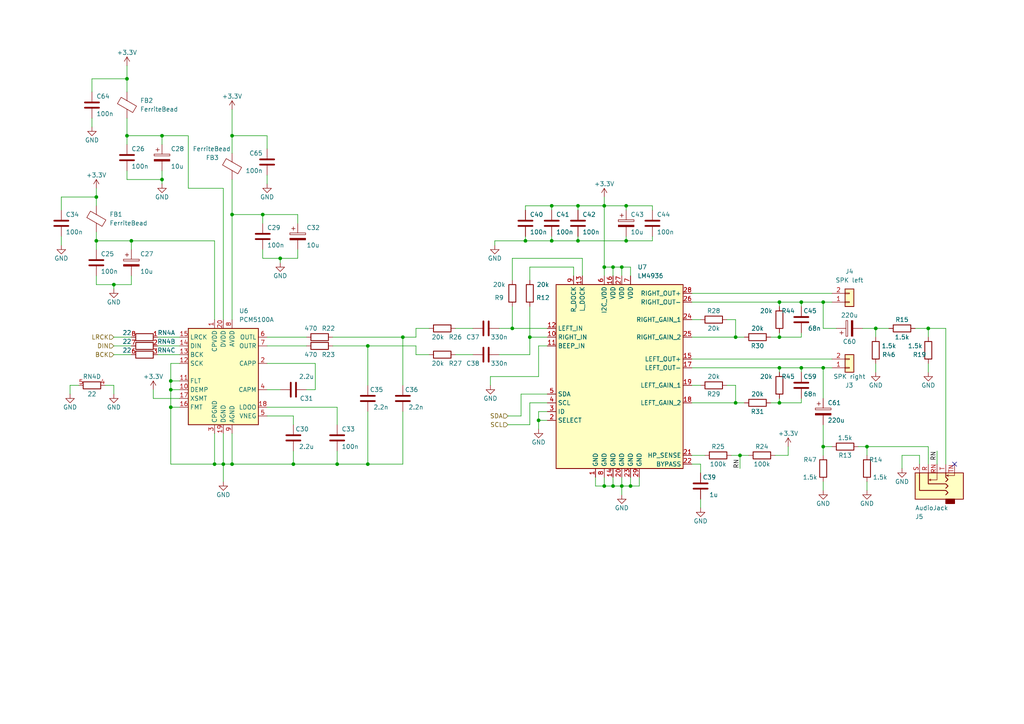
<source format=kicad_sch>
(kicad_sch (version 20211123) (generator eeschema)
  (paper "A4")
  (title_block (title "AirBoy - Audio") (date "2023-03-31") (rev "2.1A") (company "AirBoy Company (Piotr Mijakowski)"))
  (lib_symbols
    (symbol "Audio:PCM5100"
      (property "Reference" "U" (at -10.16 13.97 0))
      (property "Value" "PCM5100" (at 3.81 13.97 0))
      (symbol "PCM5100_0_1"
        (rectangle (start -10.16 12.7) (end 10.16 -15.24) (stroke (width 0.254)) (fill (type background)))
      )
      (symbol "PCM5100_1_1"
        (pin passive line (at -2.54 15.24 270) (length 2.54) (name "CPVDD") (number "1"))
        (pin input line (at -12.7 -5.08 0) (length 2.54) (name "DEMP") (number "10"))
        (pin input line (at -12.7 -2.54 0) (length 2.54) (name "FLT") (number "11"))
        (pin input line (at -12.7 2.54 0) (length 2.54) (name "SCK") (number "12"))
        (pin input line (at -12.7 5.08 0) (length 2.54) (name "BCK") (number "13"))
        (pin input line (at -12.7 7.62 0) (length 2.54) (name "DIN") (number "14"))
        (pin input line (at -12.7 10.16 0) (length 2.54) (name "LRCK") (number "15"))
        (pin input line (at -12.7 -10.16 0) (length 2.54) (name "FMT") (number "16"))
        (pin input line (at -12.7 -7.62 0) (length 2.54) (name "XSMT") (number "17"))
        (pin passive line (at 12.7 -10.16 180) (length 2.54) (name "LDOO") (number "18"))
        (pin power_in line (at 0 -17.78 90) (length 2.54) (name "DGND") (number "19"))
        (pin passive line (at 12.7 2.54 180) (length 2.54) (name "CAPP") (number "2"))
        (pin power_in line (at 0 15.24 270) (length 2.54) (name "DVDD") (number "20"))
        (pin power_in line (at -2.54 -17.78 90) (length 2.54) (name "CPGND") (number "3"))
        (pin passive line (at 12.7 -5.08 180) (length 2.54) (name "CAPM") (number "4"))
        (pin passive line (at 12.7 -12.7 180) (length 2.54) (name "VNEG") (number "5"))
        (pin output line (at 12.7 10.16 180) (length 2.54) (name "OUTL") (number "6"))
        (pin output line (at 12.7 7.62 180) (length 2.54) (name "OUTR") (number "7"))
        (pin power_in line (at 2.54 15.24 270) (length 2.54) (name "AVDD") (number "8"))
        (pin power_in line (at 2.54 -17.78 90) (length 2.54) (name "AGND") (number "9"))
      )
    )
    (symbol "Connector:AudioJack3_SwitchTR"
      (property "Reference" "J" (at 0 8.89 0))
      (property "Value" "AudioJack3_SwitchTR" (at 0 6.35 0))
      (symbol "AudioJack3_SwitchTR_0_1"
        (rectangle (start -5.08 -5.08) (end -6.35 -7.62) (stroke (width 0.254)) (fill (type outline)))
        (polyline (pts (xy 0.508 -0.254) (xy 0.762 -0.762)))
        (polyline (pts (xy 1.778 -5.334) (xy 2.032 -5.842)))
        (polyline (pts (xy 0 -5.08) (xy 0.635 -5.715) (xy 1.27 -5.08) (xy 2.54 -5.08)) (stroke (width 0.254)))
        (polyline (pts (xy 2.54 -7.62) (xy 1.778 -7.62) (xy 1.778 -5.334) (xy 1.524 -5.842)))
        (polyline (pts (xy 2.54 -2.54) (xy 0.508 -2.54) (xy 0.508 -0.254) (xy 0.254 -0.762)))
        (polyline (pts (xy -1.905 -5.08) (xy -1.27 -5.715) (xy -0.635 -5.08) (xy -0.635 0) (xy 2.54 0)) (stroke (width 0.254)))
        (polyline (pts (xy 2.54 2.54) (xy -2.54 2.54) (xy -2.54 -5.08) (xy -3.175 -5.715) (xy -3.81 -5.08)) (stroke (width 0.254)))
        (rectangle (start 2.54 3.81) (end -5.08 -10.16) (stroke (width 0.254)) (fill (type background)))
      )
      (symbol "AudioJack3_SwitchTR_1_1"
        (pin passive line (at 5.08 0 180) (length 2.54) (name "~") (number "R"))
        (pin passive line (at 5.08 -2.54 180) (length 2.54) (name "~") (number "RN"))
        (pin passive line (at 5.08 2.54 180) (length 2.54) (name "~") (number "S"))
        (pin passive line (at 5.08 -5.08 180) (length 2.54) (name "~") (number "T"))
        (pin passive line (at 5.08 -7.62 180) (length 2.54) (name "~") (number "TN"))
      )
    )
    (symbol "Connector_Generic:Conn_01x02" (pin_names (offset 1.016) hide)
      (property "Reference" "J" (at 0 2.54 0))
      (property "Value" "Conn_01x02" (at 0 -5.08 0))
      (symbol "Conn_01x02_1_1"
        (rectangle (start -1.27 -2.413) (end 0 -2.667) (stroke (width 0.1524)))
        (rectangle (start -1.27 0.127) (end 0 -0.127) (stroke (width 0.1524)))
        (rectangle (start -1.27 1.27) (end 1.27 -3.81) (stroke (width 0.254)) (fill (type background)))
        (pin passive line (at -5.08 0 0) (length 3.81) (name "Pin_1") (number "1"))
        (pin passive line (at -5.08 -2.54 0) (length 3.81) (name "Pin_2") (number "2"))
      )
    )
    (symbol "Device:C" (pin_numbers hide) (pin_names (offset 0.254))
      (property "Reference" "C" (at 0.635 2.54 0))
      (property "Value" "C" (at 0.635 -2.54 0))
      (symbol "C_0_1"
        (polyline (pts (xy -2.032 -0.762) (xy 2.032 -0.762)) (stroke (width 0.508)))
        (polyline (pts (xy -2.032 0.762) (xy 2.032 0.762)) (stroke (width 0.508)))
      )
      (symbol "C_1_1"
        (pin passive line (at 0 3.81 270) (length 2.794) (name "~") (number "1"))
        (pin passive line (at 0 -3.81 90) (length 2.794) (name "~") (number "2"))
      )
    )
    (symbol "Device:C_Polarized" (pin_numbers hide) (pin_names (offset 0.254))
      (property "Reference" "C" (at 0.635 2.54 0))
      (property "Value" "C_Polarized" (at 0.635 -2.54 0))
      (symbol "C_Polarized_0_1"
        (rectangle (start -2.286 0.508) (end 2.286 1.016))
        (polyline (pts (xy -1.778 2.286) (xy -0.762 2.286)))
        (polyline (pts (xy -1.27 2.794) (xy -1.27 1.778)))
        (rectangle (start 2.286 -0.508) (end -2.286 -1.016) (fill (type outline)))
      )
      (symbol "C_Polarized_1_1"
        (pin passive line (at 0 3.81 270) (length 2.794) (name "~") (number "1"))
        (pin passive line (at 0 -3.81 90) (length 2.794) (name "~") (number "2"))
      )
    )
    (symbol "Device:FerriteBead" (pin_numbers hide) (pin_names (offset 0))
      (property "Reference" "FB" (at -3.81 0.635 90))
      (property "Value" "FerriteBead" (at 3.81 0 90))
      (symbol "FerriteBead_0_1"
        (polyline (pts (xy 0 -1.27) (xy 0 -1.2192)))
        (polyline (pts (xy 0 1.27) (xy 0 1.2954)))
        (polyline (pts (xy -2.7686 0.4064) (xy -1.7018 2.2606) (xy 2.7686 -0.3048) (xy 1.6764 -2.159) (xy -2.7686 0.4064)))
      )
      (symbol "FerriteBead_1_1"
        (pin passive line (at 0 3.81 270) (length 2.54) (name "~") (number "1"))
        (pin passive line (at 0 -3.81 90) (length 2.54) (name "~") (number "2"))
      )
    )
    (symbol "Device:R" (pin_numbers hide) (pin_names (offset 0))
      (property "Reference" "R" (at 2.032 0 90))
      (property "Value" "R" (at 0 0 90))
      (symbol "R_0_1"
        (rectangle (start -1.016 -2.54) (end 1.016 2.54) (stroke (width 0.254)))
      )
      (symbol "R_1_1"
        (pin passive line (at 0 3.81 270) (length 1.27) (name "~") (number "1"))
        (pin passive line (at 0 -3.81 90) (length 1.27) (name "~") (number "2"))
      )
    )
    (symbol "Device:R_Pack04_Split" (pin_names (offset 0) hide)
      (property "Reference" "RN" (at 2.032 0 90))
      (property "Value" "R_Pack04_Split" (at 0 0 90))
      (symbol "R_Pack04_Split_0_1"
        (rectangle (start 1.016 2.54) (end -1.016 -2.54) (stroke (width 0.254)))
      )
      (symbol "R_Pack04_Split_1_1"
        (pin passive line (at 0 -3.81 90) (length 1.27) (name "R1.1") (number "1"))
        (pin passive line (at 0 3.81 270) (length 1.27) (name "R1.2") (number "8"))
      )
      (symbol "R_Pack04_Split_2_1"
        (pin passive line (at 0 -3.81 90) (length 1.27) (name "R2.1") (number "2"))
        (pin passive line (at 0 3.81 270) (length 1.27) (name "R2.2") (number "7"))
      )
      (symbol "R_Pack04_Split_3_1"
        (pin passive line (at 0 -3.81 90) (length 1.27) (name "R3.1") (number "3"))
        (pin passive line (at 0 3.81 270) (length 1.27) (name "R3.2") (number "6"))
      )
      (symbol "R_Pack04_Split_4_1"
        (pin passive line (at 0 -3.81 90) (length 1.27) (name "R4.1") (number "4"))
        (pin passive line (at 0 3.81 270) (length 1.27) (name "R4.2") (number "5"))
      )
    )
    (symbol "airboy:LM4936"
      (property "Reference" "U" (at 17.78 26.67 0))
      (property "Value" "LM4936" (at 15.24 24.13 0))
      (symbol "LM4936_0_1"
        (rectangle (start -17.78 22.86) (end 19.05 -30.48) (stroke (width 0.254)) (fill (type background)))
      )
      (symbol "LM4936_1_1"
        (pin power_in line (at -6.35 -33.02 90) (length 2.54) (name "GND") (number "1"))
        (pin input line (at -20.32 7.62 0) (length 2.54) (name "RIGHT_IN") (number "10"))
        (pin input line (at -20.32 5.08 0) (length 2.54) (name "BEEP_IN") (number "11"))
        (pin input line (at -20.32 10.16 0) (length 2.54) (name "LEFT_IN") (number "12"))
        (pin output line (at -10.16 25.4 270) (length 2.54) (name "L_DOCK") (number "13"))
        (pin power_in line (at -1.27 -33.02 90) (length 2.54) (name "GND") (number "14"))
        (pin output line (at 21.59 1.27 180) (length 2.54) (name "LEFT_OUT+") (number "15"))
        (pin power_in line (at -1.27 25.4 270) (length 2.54) (name "VDD") (number "16"))
        (pin output line (at 21.59 -1.27 180) (length 2.54) (name "LEFT_OUT-") (number "17"))
        (pin input line (at 21.59 -11.43 180) (length 2.54) (name "LEFT_GAIN_2") (number "18"))
        (pin input line (at 21.59 -6.35 180) (length 2.54) (name "LEFT_GAIN_1") (number "19"))
        (pin input line (at -20.32 -16.51 0) (length 2.54) (name "SELECT") (number "2"))
        (pin power_in line (at 1.27 -33.02 90) (length 2.54) (name "GND") (number "20"))
        (pin input line (at 21.59 -26.67 180) (length 2.54) (name "HP_SENSE") (number "21"))
        (pin input line (at 21.59 -29.21 180) (length 2.54) (name "BYPASS") (number "22"))
        (pin power_in line (at 3.81 -33.02 90) (length 2.54) (name "GND") (number "23"))
        (pin input line (at 21.59 12.7 180) (length 2.54) (name "RIGHT_GAIN_1") (number "24"))
        (pin input line (at 21.59 7.62 180) (length 2.54) (name "RIGHT_GAIN_2") (number "25"))
        (pin output line (at 21.59 17.78 180) (length 2.54) (name "RIGHT_OUT-") (number "26"))
        (pin power_in line (at 1.27 25.4 270) (length 2.54) (name "VDD") (number "27"))
        (pin output line (at 21.59 20.32 180) (length 2.54) (name "RIGHT_OUT+") (number "28"))
        (pin power_in line (at 6.35 -33.02 90) (length 2.54) (name "GND") (number "29"))
        (pin input line (at -20.32 -13.97 0) (length 2.54) (name "ID") (number "3"))
        (pin input line (at -20.32 -11.43 0) (length 2.54) (name "SCL") (number "4"))
        (pin input line (at -20.32 -8.89 0) (length 2.54) (name "SDA") (number "5"))
        (pin power_in line (at -3.81 25.4 270) (length 2.54) (name "I2C_VDD") (number "6"))
        (pin power_in line (at 3.81 25.4 270) (length 2.54) (name "VDD") (number "7"))
        (pin power_in line (at -3.81 -33.02 90) (length 2.54) (name "GND") (number "8"))
        (pin output line (at -12.7 25.4 270) (length 2.54) (name "R_DOCK") (number "9"))
      )
    )
    (symbol "power:+3.3V" (power) (pin_names (offset 0))
      (property "Value" "+3.3V" (at 0 3.556 0))
      (symbol "+3.3V_0_1"
        (polyline (pts (xy -0.762 1.27) (xy 0 2.54)))
        (polyline (pts (xy 0 0) (xy 0 2.54)))
        (polyline (pts (xy 0 2.54) (xy 0.762 1.27)))
      )
      (symbol "+3.3V_1_1"
        (pin power_in line (at 0 0 90) (length 0) hide (name "+3.3V") (number "1"))
      )
    )
    (symbol "power:GND" (power) (pin_names (offset 0))
      (property "Value" "GND" (at 0 -3.81 0))
      (symbol "GND_0_1"
        (polyline (pts (xy 0 0) (xy 0 -1.27) (xy 1.27 -1.27) (xy 0 -2.54) (xy -1.27 -1.27) (xy 0 -1.27)))
      )
      (symbol "GND_1_1"
        (pin power_in line (at 0 0 270) (length 0) hide (name "GND") (number "1"))
      )
    )
  )
  (junction (at 67.31 134.62))
  (junction (at 269.24 95.25))
  (junction (at 106.68 100.33))
  (junction (at 85.09 134.62))
  (junction (at 46.99 39.37))
  (junction (at 181.61 69.85))
  (junction (at 180.34 140.97))
  (junction (at 36.83 22.86))
  (junction (at 238.76 129.54))
  (junction (at 251.46 129.54))
  (junction (at 67.31 39.37))
  (junction (at 214.63 132.08))
  (junction (at 33.02 82.55))
  (junction (at 160.02 59.69))
  (junction (at 167.64 69.85))
  (junction (at 27.94 69.85))
  (junction (at 36.83 39.37))
  (junction (at 226.06 116.84))
  (junction (at 213.36 116.84))
  (junction (at 226.06 106.68))
  (junction (at 46.99 52.07))
  (junction (at 116.84 97.79))
  (junction (at 167.64 59.69))
  (junction (at 153.67 97.79))
  (junction (at 76.2 62.23))
  (junction (at 213.36 97.79))
  (junction (at 81.28 74.93))
  (junction (at 152.4 69.85))
  (junction (at 148.59 95.25))
  (junction (at 156.21 121.92))
  (junction (at 175.26 77.47))
  (junction (at 27.94 57.15))
  (junction (at 177.8 140.97))
  (junction (at 180.34 77.47))
  (junction (at 232.41 87.63))
  (junction (at 67.31 62.23))
  (junction (at 226.06 87.63))
  (junction (at 232.41 106.68))
  (junction (at 254 95.25))
  (junction (at 97.79 134.62))
  (junction (at 38.1 69.85))
  (junction (at 175.26 140.97))
  (junction (at 238.76 87.63))
  (junction (at 106.68 134.62))
  (junction (at 49.53 113.03))
  (junction (at 49.53 110.49))
  (junction (at 177.8 77.47))
  (junction (at 226.06 97.79))
  (junction (at 181.61 59.69))
  (junction (at 49.53 118.11))
  (junction (at 160.02 69.85))
  (junction (at 62.23 134.62))
  (junction (at 175.26 59.69))
  (junction (at 64.77 134.62))
  (junction (at 238.76 106.68))
  (junction (at 182.88 140.97))
  (no_connect (at 276.86 134.62))
  (wire (pts (xy 223.52 116.84) (xy 226.06 116.84)))
  (wire (pts (xy 266.7 134.62) (xy 266.7 132.08)))
  (wire (pts (xy 175.26 59.69) (xy 181.61 59.69)))
  (wire (pts (xy 27.94 69.85) (xy 38.1 69.85)))
  (wire (pts (xy 228.6 132.08) (xy 224.79 132.08)))
  (wire (pts (xy 64.77 54.61) (xy 54.61 54.61)))
  (wire (pts (xy 160.02 59.69) (xy 167.64 59.69)))
  (wire (pts (xy 226.06 88.9) (xy 226.06 87.63)))
  (wire (pts (xy 152.4 60.96) (xy 152.4 59.69)))
  (wire (pts (xy 27.94 57.15) (xy 27.94 59.69)))
  (wire (pts (xy 180.34 77.47) (xy 180.34 80.01)))
  (wire (pts (xy 180.34 138.43) (xy 180.34 140.97)))
  (wire (pts (xy 232.41 115.57) (xy 232.41 116.84)))
  (wire (pts (xy 143.51 69.85) (xy 152.4 69.85)))
  (wire (pts (xy 175.26 140.97) (xy 177.8 140.97)))
  (wire (pts (xy 77.47 120.65) (xy 85.09 120.65)))
  (wire (pts (xy 254 95.25) (xy 257.81 95.25)))
  (wire (pts (xy 172.72 140.97) (xy 175.26 140.97)))
  (wire (pts (xy 86.36 72.39) (xy 86.36 74.93)))
  (wire (pts (xy 85.09 120.65) (xy 85.09 123.19)))
  (wire (pts (xy 45.72 102.87) (xy 52.07 102.87)))
  (wire (pts (xy 52.07 115.57) (xy 44.45 115.57)))
  (wire (pts (xy 54.61 54.61) (xy 54.61 39.37)))
  (wire (pts (xy 81.28 74.93) (xy 81.28 76.2)))
  (wire (pts (xy 177.8 77.47) (xy 175.26 77.47)))
  (wire (pts (xy 189.23 69.85) (xy 189.23 68.58)))
  (wire (pts (xy 156.21 121.92) (xy 156.21 124.46)))
  (wire (pts (xy 200.66 87.63) (xy 226.06 87.63)))
  (wire (pts (xy 46.99 39.37) (xy 46.99 41.91)))
  (wire (pts (xy 49.53 118.11) (xy 49.53 113.03)))
  (wire (pts (xy 153.67 102.87) (xy 153.67 97.79)))
  (wire (pts (xy 44.45 115.57) (xy 44.45 113.03)))
  (wire (pts (xy 156.21 119.38) (xy 158.75 119.38)))
  (wire (pts (xy 45.72 97.79) (xy 52.07 97.79)))
  (wire (pts (xy 17.78 57.15) (xy 27.94 57.15)))
  (wire (pts (xy 213.36 116.84) (xy 215.9 116.84)))
  (wire (pts (xy 97.79 118.11) (xy 97.79 123.19)))
  (wire (pts (xy 22.86 111.76) (xy 20.32 111.76)))
  (wire (pts (xy 76.2 62.23) (xy 76.2 64.77)))
  (wire (pts (xy 181.61 59.69) (xy 189.23 59.69)))
  (wire (pts (xy 52.07 118.11) (xy 49.53 118.11)))
  (wire (pts (xy 26.67 22.86) (xy 36.83 22.86)))
  (wire (pts (xy 167.64 68.58) (xy 167.64 69.85)))
  (wire (pts (xy 77.47 39.37) (xy 67.31 39.37)))
  (wire (pts (xy 17.78 68.58) (xy 17.78 71.12)))
  (wire (pts (xy 33.02 82.55) (xy 33.02 83.82)))
  (wire (pts (xy 27.94 67.31) (xy 27.94 69.85)))
  (wire (pts (xy 185.42 138.43) (xy 185.42 140.97)))
  (wire (pts (xy 148.59 74.93) (xy 168.91 74.93)))
  (wire (pts (xy 181.61 59.69) (xy 181.61 60.96)))
  (wire (pts (xy 67.31 92.71) (xy 67.31 62.23)))
  (wire (pts (xy 91.44 105.41) (xy 77.47 105.41)))
  (wire (pts (xy 180.34 140.97) (xy 182.88 140.97)))
  (wire (pts (xy 177.8 138.43) (xy 177.8 140.97)))
  (wire (pts (xy 142.24 109.22) (xy 142.24 111.76)))
  (wire (pts (xy 67.31 125.73) (xy 67.31 134.62)))
  (wire (pts (xy 77.47 43.18) (xy 77.47 39.37)))
  (wire (pts (xy 148.59 88.9) (xy 148.59 95.25)))
  (wire (pts (xy 242.57 95.25) (xy 238.76 95.25)))
  (wire (pts (xy 86.36 74.93) (xy 81.28 74.93)))
  (wire (pts (xy 49.53 105.41) (xy 52.07 105.41)))
  (wire (pts (xy 269.24 95.25) (xy 274.32 95.25)))
  (wire (pts (xy 36.83 19.05) (xy 36.83 22.86)))
  (wire (pts (xy 151.13 114.3) (xy 158.75 114.3)))
  (wire (pts (xy 265.43 95.25) (xy 269.24 95.25)))
  (wire (pts (xy 147.32 123.19) (xy 153.67 123.19)))
  (wire (pts (xy 36.83 41.91) (xy 36.83 39.37)))
  (wire (pts (xy 106.68 100.33) (xy 106.68 111.76)))
  (wire (pts (xy 261.62 132.08) (xy 266.7 132.08)))
  (wire (pts (xy 177.8 77.47) (xy 177.8 80.01)))
  (wire (pts (xy 67.31 39.37) (xy 67.31 44.45)))
  (wire (pts (xy 62.23 125.73) (xy 62.23 134.62)))
  (wire (pts (xy 232.41 87.63) (xy 232.41 88.9)))
  (wire (pts (xy 226.06 116.84) (xy 232.41 116.84)))
  (wire (pts (xy 269.24 129.54) (xy 269.24 134.62)))
  (wire (pts (xy 91.44 113.03) (xy 91.44 105.41)))
  (wire (pts (xy 106.68 134.62) (xy 106.68 119.38)))
  (wire (pts (xy 77.47 113.03) (xy 81.28 113.03)))
  (wire (pts (xy 153.67 116.84) (xy 158.75 116.84)))
  (wire (pts (xy 36.83 39.37) (xy 46.99 39.37)))
  (wire (pts (xy 181.61 69.85) (xy 189.23 69.85)))
  (wire (pts (xy 151.13 120.65) (xy 151.13 114.3)))
  (wire (pts (xy 226.06 106.68) (xy 226.06 107.95)))
  (wire (pts (xy 167.64 59.69) (xy 175.26 59.69)))
  (wire (pts (xy 226.06 87.63) (xy 232.41 87.63)))
  (wire (pts (xy 67.31 31.75) (xy 67.31 39.37)))
  (wire (pts (xy 49.53 134.62) (xy 62.23 134.62)))
  (wire (pts (xy 64.77 134.62) (xy 64.77 139.7)))
  (wire (pts (xy 200.66 85.09) (xy 241.3 85.09)))
  (wire (pts (xy 214.63 132.08) (xy 214.63 135.89)))
  (wire (pts (xy 251.46 129.54) (xy 248.92 129.54)))
  (wire (pts (xy 144.78 95.25) (xy 148.59 95.25)))
  (wire (pts (xy 77.47 118.11) (xy 97.79 118.11)))
  (wire (pts (xy 160.02 69.85) (xy 167.64 69.85)))
  (wire (pts (xy 152.4 68.58) (xy 152.4 69.85)))
  (wire (pts (xy 251.46 129.54) (xy 269.24 129.54)))
  (wire (pts (xy 76.2 62.23) (xy 86.36 62.23)))
  (wire (pts (xy 67.31 62.23) (xy 76.2 62.23)))
  (wire (pts (xy 46.99 52.07) (xy 46.99 53.34)))
  (wire (pts (xy 20.32 111.76) (xy 20.32 114.3)))
  (wire (pts (xy 254 95.25) (xy 254 97.79)))
  (wire (pts (xy 64.77 125.73) (xy 64.77 134.62)))
  (wire (pts (xy 33.02 102.87) (xy 38.1 102.87)))
  (wire (pts (xy 226.06 97.79) (xy 226.06 96.52)))
  (wire (pts (xy 238.76 87.63) (xy 241.3 87.63)))
  (wire (pts (xy 226.06 116.84) (xy 226.06 115.57)))
  (wire (pts (xy 189.23 59.69) (xy 189.23 60.96)))
  (wire (pts (xy 182.88 138.43) (xy 182.88 140.97)))
  (wire (pts (xy 167.64 59.69) (xy 167.64 60.96)))
  (wire (pts (xy 200.66 116.84) (xy 213.36 116.84)))
  (wire (pts (xy 76.2 74.93) (xy 76.2 72.39)))
  (wire (pts (xy 17.78 60.96) (xy 17.78 57.15)))
  (wire (pts (xy 116.84 97.79) (xy 120.65 97.79)))
  (wire (pts (xy 172.72 138.43) (xy 172.72 140.97)))
  (wire (pts (xy 200.66 134.62) (xy 203.2 134.62)))
  (wire (pts (xy 33.02 100.33) (xy 38.1 100.33)))
  (wire (pts (xy 116.84 97.79) (xy 96.52 97.79)))
  (wire (pts (xy 96.52 100.33) (xy 106.68 100.33)))
  (wire (pts (xy 214.63 132.08) (xy 217.17 132.08)))
  (wire (pts (xy 88.9 113.03) (xy 91.44 113.03)))
  (wire (pts (xy 156.21 121.92) (xy 156.21 119.38)))
  (wire (pts (xy 223.52 97.79) (xy 226.06 97.79)))
  (wire (pts (xy 33.02 97.79) (xy 38.1 97.79)))
  (wire (pts (xy 251.46 139.7) (xy 251.46 142.24)))
  (wire (pts (xy 228.6 129.54) (xy 228.6 132.08)))
  (wire (pts (xy 54.61 39.37) (xy 46.99 39.37)))
  (wire (pts (xy 132.08 95.25) (xy 137.16 95.25)))
  (wire (pts (xy 175.26 59.69) (xy 175.26 77.47)))
  (wire (pts (xy 132.08 102.87) (xy 137.16 102.87)))
  (wire (pts (xy 85.09 130.81) (xy 85.09 134.62)))
  (wire (pts (xy 153.67 77.47) (xy 153.67 81.28)))
  (wire (pts (xy 148.59 81.28) (xy 148.59 74.93)))
  (wire (pts (xy 153.67 97.79) (xy 158.75 97.79)))
  (wire (pts (xy 49.53 113.03) (xy 49.53 110.49)))
  (wire (pts (xy 120.65 95.25) (xy 124.46 95.25)))
  (wire (pts (xy 238.76 129.54) (xy 238.76 132.08)))
  (wire (pts (xy 77.47 50.8) (xy 77.47 53.34)))
  (wire (pts (xy 254 105.41) (xy 254 107.95)))
  (wire (pts (xy 232.41 87.63) (xy 238.76 87.63)))
  (wire (pts (xy 36.83 52.07) (xy 46.99 52.07)))
  (wire (pts (xy 120.65 100.33) (xy 120.65 102.87)))
  (wire (pts (xy 36.83 49.53) (xy 36.83 52.07)))
  (wire (pts (xy 81.28 74.93) (xy 76.2 74.93)))
  (wire (pts (xy 49.53 113.03) (xy 52.07 113.03)))
  (wire (pts (xy 274.32 95.25) (xy 274.32 134.62)))
  (wire (pts (xy 160.02 59.69) (xy 160.02 60.96)))
  (wire (pts (xy 177.8 140.97) (xy 180.34 140.97)))
  (wire (pts (xy 238.76 139.7) (xy 238.76 142.24)))
  (wire (pts (xy 182.88 80.01) (xy 182.88 77.47)))
  (wire (pts (xy 85.09 134.62) (xy 97.79 134.62)))
  (wire (pts (xy 269.24 95.25) (xy 269.24 97.79)))
  (wire (pts (xy 77.47 97.79) (xy 88.9 97.79)))
  (wire (pts (xy 38.1 69.85) (xy 38.1 72.39)))
  (wire (pts (xy 213.36 97.79) (xy 213.36 92.71)))
  (wire (pts (xy 271.78 130.81) (xy 271.78 134.62)))
  (wire (pts (xy 175.26 57.15) (xy 175.26 59.69)))
  (wire (pts (xy 203.2 92.71) (xy 200.66 92.71)))
  (wire (pts (xy 106.68 100.33) (xy 120.65 100.33)))
  (wire (pts (xy 144.78 102.87) (xy 153.67 102.87)))
  (wire (pts (xy 97.79 134.62) (xy 106.68 134.62)))
  (wire (pts (xy 49.53 118.11) (xy 49.53 134.62)))
  (wire (pts (xy 210.82 111.76) (xy 213.36 111.76)))
  (wire (pts (xy 226.06 97.79) (xy 232.41 97.79)))
  (wire (pts (xy 251.46 132.08) (xy 251.46 129.54)))
  (wire (pts (xy 38.1 69.85) (xy 62.23 69.85)))
  (wire (pts (xy 33.02 82.55) (xy 38.1 82.55)))
  (wire (pts (xy 238.76 106.68) (xy 238.76 115.57)))
  (wire (pts (xy 200.66 97.79) (xy 213.36 97.79)))
  (wire (pts (xy 200.66 104.14) (xy 241.3 104.14)))
  (wire (pts (xy 116.84 119.38) (xy 116.84 134.62)))
  (wire (pts (xy 36.83 22.86) (xy 36.83 26.67)))
  (wire (pts (xy 147.32 120.65) (xy 151.13 120.65)))
  (wire (pts (xy 116.84 111.76) (xy 116.84 97.79)))
  (wire (pts (xy 143.51 69.85) (xy 143.51 71.12)))
  (wire (pts (xy 27.94 54.61) (xy 27.94 57.15)))
  (wire (pts (xy 238.76 129.54) (xy 241.3 129.54)))
  (wire (pts (xy 67.31 134.62) (xy 85.09 134.62)))
  (wire (pts (xy 166.37 80.01) (xy 166.37 77.47)))
  (wire (pts (xy 203.2 134.62) (xy 203.2 137.16)))
  (wire (pts (xy 203.2 144.78) (xy 203.2 147.32)))
  (wire (pts (xy 64.77 54.61) (xy 64.77 92.71)))
  (wire (pts (xy 33.02 111.76) (xy 33.02 114.3)))
  (wire (pts (xy 62.23 92.71) (xy 62.23 69.85)))
  (wire (pts (xy 120.65 97.79) (xy 120.65 95.25)))
  (wire (pts (xy 261.62 132.08) (xy 261.62 135.89)))
  (wire (pts (xy 175.26 138.43) (xy 175.26 140.97)))
  (wire (pts (xy 168.91 74.93) (xy 168.91 80.01)))
  (wire (pts (xy 181.61 69.85) (xy 181.61 68.58)))
  (wire (pts (xy 213.36 97.79) (xy 215.9 97.79)))
  (wire (pts (xy 269.24 105.41) (xy 269.24 107.95)))
  (wire (pts (xy 226.06 106.68) (xy 232.41 106.68)))
  (wire (pts (xy 238.76 106.68) (xy 241.3 106.68)))
  (wire (pts (xy 67.31 52.07) (xy 67.31 62.23)))
  (wire (pts (xy 152.4 59.69) (xy 160.02 59.69)))
  (wire (pts (xy 175.26 77.47) (xy 175.26 80.01)))
  (wire (pts (xy 213.36 92.71) (xy 210.82 92.71)))
  (wire (pts (xy 212.09 132.08) (xy 214.63 132.08)))
  (wire (pts (xy 106.68 134.62) (xy 116.84 134.62)))
  (wire (pts (xy 148.59 95.25) (xy 158.75 95.25)))
  (wire (pts (xy 182.88 140.97) (xy 185.42 140.97)))
  (wire (pts (xy 77.47 100.33) (xy 88.9 100.33)))
  (wire (pts (xy 177.8 77.47) (xy 180.34 77.47)))
  (wire (pts (xy 232.41 96.52) (xy 232.41 97.79)))
  (wire (pts (xy 156.21 121.92) (xy 158.75 121.92)))
  (wire (pts (xy 232.41 106.68) (xy 238.76 106.68)))
  (wire (pts (xy 46.99 52.07) (xy 46.99 49.53)))
  (wire (pts (xy 64.77 134.62) (xy 67.31 134.62)))
  (wire (pts (xy 49.53 110.49) (xy 52.07 110.49)))
  (wire (pts (xy 152.4 69.85) (xy 160.02 69.85)))
  (wire (pts (xy 97.79 130.81) (xy 97.79 134.62)))
  (wire (pts (xy 153.67 88.9) (xy 153.67 97.79)))
  (wire (pts (xy 166.37 77.47) (xy 153.67 77.47)))
  (wire (pts (xy 27.94 69.85) (xy 27.94 72.39)))
  (wire (pts (xy 45.72 100.33) (xy 52.07 100.33)))
  (wire (pts (xy 182.88 77.47) (xy 180.34 77.47)))
  (wire (pts (xy 153.67 116.84) (xy 153.67 123.19)))
  (wire (pts (xy 49.53 110.49) (xy 49.53 105.41)))
  (wire (pts (xy 27.94 82.55) (xy 33.02 82.55)))
  (wire (pts (xy 142.24 109.22) (xy 156.21 109.22)))
  (wire (pts (xy 30.48 111.76) (xy 33.02 111.76)))
  (wire (pts (xy 250.19 95.25) (xy 254 95.25)))
  (wire (pts (xy 213.36 111.76) (xy 213.36 116.84)))
  (wire (pts (xy 200.66 106.68) (xy 226.06 106.68)))
  (wire (pts (xy 27.94 80.01) (xy 27.94 82.55)))
  (wire (pts (xy 232.41 106.68) (xy 232.41 107.95)))
  (wire (pts (xy 158.75 100.33) (xy 156.21 100.33)))
  (wire (pts (xy 200.66 111.76) (xy 203.2 111.76)))
  (wire (pts (xy 26.67 34.29) (xy 26.67 36.83)))
  (wire (pts (xy 38.1 80.01) (xy 38.1 82.55)))
  (wire (pts (xy 167.64 69.85) (xy 181.61 69.85)))
  (wire (pts (xy 156.21 100.33) (xy 156.21 109.22)))
  (wire (pts (xy 180.34 140.97) (xy 180.34 143.51)))
  (wire (pts (xy 36.83 34.29) (xy 36.83 39.37)))
  (wire (pts (xy 26.67 26.67) (xy 26.67 22.86)))
  (wire (pts (xy 86.36 62.23) (xy 86.36 64.77)))
  (wire (pts (xy 238.76 123.19) (xy 238.76 129.54)))
  (wire (pts (xy 238.76 95.25) (xy 238.76 87.63)))
  (wire (pts (xy 200.66 132.08) (xy 204.47 132.08)))
  (wire (pts (xy 160.02 68.58) (xy 160.02 69.85)))
  (wire (pts (xy 62.23 134.62) (xy 64.77 134.62)))
  (wire (pts (xy 124.46 102.87) (xy 120.65 102.87)))
  (label "RN" (at 214.63 135.89 90))
  (label "RN" (at 271.78 130.81 270))
  (hierarchical_label "DIN" (shape input) (at 33.02 100.33 180))
  (hierarchical_label "SCL" (shape input) (at 147.32 123.19 180))
  (hierarchical_label "BCK" (shape input) (at 33.02 102.87 180))
  (hierarchical_label "LRCK" (shape input) (at 33.02 97.79 180))
  (hierarchical_label "SDA" (shape input) (at 147.32 120.65 180))
  (symbol (lib_id "Device:R") (at 128.27 95.25 90) (unit 1)
    (property "Reference" "R26" (at 132.08 97.79 90))
    (property "Value" "20k" (at 127 97.79 90))
    (property "Footprint" "Resistor_SMD:R_0603_1608Metric_Pad0.98x0.95mm_HandSolder" (effects hide))
  )
  (symbol (lib_id "power:GND") (at 142.24 111.76 0) (unit 1)
    (property "Reference" "#PWR0104" (effects hide))
    (property "Value" "GND" (at 142.24 115.57 0))
  )
  (symbol (lib_id "power:GND") (at 20.32 114.3 0) (unit 1)
    (property "Reference" "#PWR0109" (effects hide))
    (property "Value" "GND" (at 20.32 118.11 0))
  )
  (symbol (lib_id "power:+3.3V") (at 175.26 57.15 0) (unit 1)
    (property "Reference" "#PWR076" (effects hide))
    (property "Value" "+3.3V" (at 175.26 53.34 0))
  )
  (symbol (lib_id "Device:C_Polarized") (at 181.61 64.77 0) (unit 1)
    (property "Reference" "C43" (at 182.88 62.23 0) (effects (justify left)))
    (property "Value" "10u" (at 182.88 67.31 0) (effects (justify left)))
    (property "Footprint" "Capacitor_Tantalum_SMD:CP_EIA-3216-18_Kemet-A_Pad1.58x1.35mm_HandSolder" (effects hide))
  )
  (symbol (lib_id "power:GND") (at 238.76 142.24 0) (unit 1)
    (property "Reference" "#PWR0102" (effects hide))
    (property "Value" "GND" (at 238.76 146.05 0))
  )
  (symbol (lib_id "Connector_Generic:Conn_01x02") (at 246.38 106.68 0) (mirror x) (unit 1)
    (property "Reference" "J3" (at 245.11 111.76 0) (effects (justify left)))
    (property "Value" "SPK right" (at 246.38 109.22 0))
    (property "Footprint" "Connector_JST:JST_PH_S2B-PH-K_1x02_P2.00mm_Horizontal" (effects hide))
  )
  (symbol (lib_id "Device:R") (at 92.71 97.79 90) (unit 1)
    (property "Reference" "R22" (at 95.25 95.25 90))
    (property "Value" "470" (at 90.17 95.25 90))
    (property "Footprint" "Resistor_SMD:R_0603_1608Metric_Pad0.98x0.95mm_HandSolder" (effects hide))
  )
  (symbol (lib_id "Device:FerriteBead") (at 36.83 30.48 0) (unit 1)
    (property "Reference" "FB2" (at 40.64 29.1591 0) (effects (justify left)))
    (property "Value" "FerriteBead" (at 40.64 31.6991 0) (effects (justify left)))
    (property "Footprint" "Inductor_SMD:L_0603_1608Metric_Pad1.05x0.95mm_HandSolder" (effects hide))
  )
  (symbol (lib_id "Device:C") (at 189.23 64.77 0) (unit 1)
    (property "Reference" "C44" (at 190.5 62.23 0) (effects (justify left)))
    (property "Value" "100n" (at 190.5 67.31 0) (effects (justify left)))
    (property "Footprint" "Capacitor_SMD:C_0603_1608Metric_Pad1.08x0.95mm_HandSolder" (effects hide))
  )
  (symbol (lib_id "Device:R_Pack04_Split") (at 41.91 97.79 90) (unit 1)
    (property "Reference" "RN4" (at 48.26 96.52 90))
    (property "Value" "22" (at 36.83 96.52 90))
    (property "Footprint" "Resistor_SMD:R_Array_Convex_4x0603" (effects hide))
  )
  (symbol (lib_id "Device:R") (at 92.71 100.33 90) (unit 1)
    (property "Reference" "R23" (at 95.25 102.87 90))
    (property "Value" "470" (at 90.17 102.87 90))
    (property "Footprint" "Resistor_SMD:R_0603_1608Metric_Pad0.98x0.95mm_HandSolder" (effects hide))
  )
  (symbol (lib_id "power:GND") (at 81.28 76.2 0) (unit 1)
    (property "Reference" "#PWR071" (effects hide))
    (property "Value" "GND" (at 81.28 80.01 0))
  )
  (symbol (lib_id "Device:C_Polarized") (at 38.1 76.2 0) (unit 1)
    (property "Reference" "C27" (at 40.64 73.66 0) (effects (justify left)))
    (property "Value" "10u" (at 40.64 78.74 0) (effects (justify left)))
    (property "Footprint" "Capacitor_Tantalum_SMD:CP_EIA-3216-18_Kemet-A_Pad1.58x1.35mm_HandSolder" (effects hide))
  )
  (symbol (lib_id "Device:C") (at 97.79 127 0) (unit 1)
    (property "Reference" "C33" (at 99.06 124.46 0) (effects (justify left)))
    (property "Value" "100n" (at 99.06 129.54 0) (effects (justify left)))
    (property "Footprint" "Capacitor_SMD:C_0603_1608Metric_Pad1.08x0.95mm_HandSolder" (effects hide))
  )
  (symbol (lib_id "Device:R") (at 251.46 135.89 0) (unit 1)
    (property "Reference" "R14" (at 254 133.35 0))
    (property "Value" "1.5k" (at 255.27 138.43 0))
    (property "Footprint" "Resistor_SMD:R_0603_1608Metric_Pad0.98x0.95mm_HandSolder" (effects hide))
  )
  (symbol (lib_id "power:GND") (at 33.02 114.3 0) (unit 1)
    (property "Reference" "#PWR0110" (effects hide))
    (property "Value" "GND" (at 33.02 118.11 0))
  )
  (symbol (lib_id "power:GND") (at 251.46 142.24 0) (unit 1)
    (property "Reference" "#PWR0119" (effects hide))
    (property "Value" "GND" (at 251.46 146.05 0))
  )
  (symbol (lib_id "power:GND") (at 156.21 124.46 0) (unit 1)
    (property "Reference" "#PWR0103" (effects hide))
    (property "Value" "GND" (at 156.21 128.27 0))
  )
  (symbol (lib_id "Device:R") (at 128.27 102.87 90) (unit 1)
    (property "Reference" "R27" (at 132.08 105.41 90))
    (property "Value" "20k" (at 127 105.41 90))
    (property "Footprint" "Resistor_SMD:R_0603_1608Metric_Pad0.98x0.95mm_HandSolder" (effects hide))
  )
  (symbol (lib_id "power:GND") (at 46.99 53.34 0) (unit 1)
    (property "Reference" "#PWR068" (effects hide))
    (property "Value" "GND" (at 46.99 57.15 0))
  )
  (symbol (lib_id "Device:C") (at 26.67 30.48 0) (unit 1)
    (property "Reference" "C64" (at 27.94 27.94 0) (effects (justify left)))
    (property "Value" "100n" (at 27.94 33.02 0) (effects (justify left)))
    (property "Footprint" "Capacitor_SMD:C_0603_1608Metric_Pad1.08x0.95mm_HandSolder" (effects hide))
  )
  (symbol (lib_id "Device:R") (at 207.01 92.71 90) (unit 1)
    (property "Reference" "R28" (at 207.01 90.17 90))
    (property "Value" "20k" (at 207.01 95.25 90))
    (property "Footprint" "Resistor_SMD:R_0603_1608Metric_Pad0.98x0.95mm_HandSolder" (effects hide))
  )
  (symbol (lib_id "Device:FerriteBead") (at 67.31 48.26 0) (unit 1)
    (property "Reference" "FB3" (at 59.69 45.72 0) (effects (justify left)))
    (property "Value" "FerriteBead" (at 55.88 43.18 0) (effects (justify left)))
    (property "Footprint" "Inductor_SMD:L_0603_1608Metric_Pad1.05x0.95mm_HandSolder" (effects hide))
  )
  (symbol (lib_id "Device:C") (at 36.83 45.72 0) (unit 1)
    (property "Reference" "C26" (at 38.1 43.18 0) (effects (justify left)))
    (property "Value" "100n" (at 38.1 48.26 0) (effects (justify left)))
    (property "Footprint" "Capacitor_SMD:C_0603_1608Metric_Pad1.08x0.95mm_HandSolder" (effects hide))
  )
  (symbol (lib_id "Device:R_Pack04_Split") (at 41.91 100.33 90) (unit 2)
    (property "Reference" "RN4" (at 48.26 99.06 90))
    (property "Value" "22" (at 36.83 99.06 90))
    (property "Footprint" "Resistor_SMD:R_Array_Convex_4x0603" (effects hide))
  )
  (symbol (lib_id "Device:R") (at 226.06 111.76 180) (unit 1)
    (property "Reference" "R45" (at 228.6 109.22 0))
    (property "Value" "20k" (at 222.25 109.22 0))
    (property "Footprint" "Resistor_SMD:R_0603_1608Metric_Pad0.98x0.95mm_HandSolder" (effects hide))
  )
  (symbol (lib_id "Device:C") (at 160.02 64.77 0) (unit 1)
    (property "Reference" "C41" (at 161.29 62.23 0) (effects (justify left)))
    (property "Value" "100n" (at 161.29 67.31 0) (effects (justify left)))
    (property "Footprint" "Capacitor_SMD:C_0603_1608Metric_Pad1.08x0.95mm_HandSolder" (effects hide))
  )
  (symbol (lib_id "power:+3.3V") (at 228.6 129.54 0) (unit 1)
    (property "Reference" "#PWR073" (effects hide))
    (property "Value" "+3.3V" (at 228.6 125.73 0))
  )
  (symbol (lib_id "Device:C") (at 76.2 68.58 0) (unit 1)
    (property "Reference" "C29" (at 77.47 66.04 0) (effects (justify left)))
    (property "Value" "100n" (at 77.47 71.12 0) (effects (justify left)))
    (property "Footprint" "Capacitor_SMD:C_0603_1608Metric_Pad1.08x0.95mm_HandSolder" (effects hide))
  )
  (symbol (lib_id "power:GND") (at 64.77 139.7 0) (unit 1)
    (property "Reference" "#PWR069" (effects hide))
    (property "Value" "GND" (at 64.77 143.51 0))
  )
  (symbol (lib_id "power:+3.3V") (at 27.94 54.61 0) (unit 1)
    (property "Reference" "#PWR064" (effects hide))
    (property "Value" "+3.3V" (at 27.94 50.8 0))
  )
  (symbol (lib_id "Device:R") (at 261.62 95.25 90) (unit 1)
    (property "Reference" "R15" (at 261.62 92.71 90))
    (property "Value" "1.5k" (at 261.62 97.79 90))
    (property "Footprint" "Resistor_SMD:R_0603_1608Metric_Pad0.98x0.95mm_HandSolder" (effects hide))
  )
  (symbol (lib_id "Audio:PCM5100") (at 64.77 107.95 0) (unit 1)
    (property "Reference" "U6" (at 69.3294 90.17 0) (effects (justify left)))
    (property "Value" "PCM5100A" (at 69.3294 92.71 0) (effects (justify left)))
    (property "Footprint" "Package_SO:TSSOP-20_4.4x6.5mm_P0.65mm" (effects hide))
    (property "Datasheet" "http://www.ti.com/lit/ds/symlink/pcm5100.pdf" (effects hide))
  )
  (symbol (lib_id "Device:R") (at 238.76 135.89 0) (unit 1)
    (property "Reference" "R47" (at 234.95 133.35 0))
    (property "Value" "1.5k" (at 234.95 138.43 0))
    (property "Footprint" "Resistor_SMD:R_0603_1608Metric_Pad0.98x0.95mm_HandSolder" (effects hide))
  )
  (symbol (lib_id "Device:R") (at 208.28 132.08 270) (unit 1)
    (property "Reference" "R25" (at 208.28 129.54 90))
    (property "Value" "100k" (at 208.28 134.62 90))
    (property "Footprint" "Resistor_SMD:R_0603_1608Metric_Pad0.98x0.95mm_HandSolder" (effects hide))
  )
  (symbol (lib_id "power:+3.3V") (at 67.31 31.75 0) (unit 1)
    (property "Reference" "#PWR070" (effects hide))
    (property "Value" "+3.3V" (at 67.31 27.94 0))
  )
  (symbol (lib_id "Device:C") (at 77.47 46.99 0) (mirror y) (unit 1)
    (property "Reference" "C65" (at 76.2 44.45 0) (effects (justify left)))
    (property "Value" "100n" (at 76.2 49.53 0) (effects (justify left)))
    (property "Footprint" "Capacitor_SMD:C_0603_1608Metric_Pad1.08x0.95mm_HandSolder" (effects hide))
  )
  (symbol (lib_id "Device:R") (at 220.98 132.08 270) (unit 1)
    (property "Reference" "R24" (at 220.98 129.54 90))
    (property "Value" "100k" (at 220.98 134.62 90))
    (property "Footprint" "Resistor_SMD:R_0603_1608Metric_Pad0.98x0.95mm_HandSolder" (effects hide))
  )
  (symbol (lib_id "power:GND") (at 17.78 71.12 0) (unit 1)
    (property "Reference" "#PWR0111" (effects hide))
    (property "Value" "GND" (at 17.78 74.93 0))
  )
  (symbol (lib_id "Device:C") (at 167.64 64.77 0) (unit 1)
    (property "Reference" "C42" (at 168.91 62.23 0) (effects (justify left)))
    (property "Value" "100n" (at 168.91 67.31 0) (effects (justify left)))
    (property "Footprint" "Capacitor_SMD:C_0603_1608Metric_Pad1.08x0.95mm_HandSolder" (effects hide))
  )
  (symbol (lib_id "Device:R") (at 207.01 111.76 90) (unit 1)
    (property "Reference" "R29" (at 207.01 114.3 90))
    (property "Value" "20k" (at 207.01 109.22 90))
    (property "Footprint" "Resistor_SMD:R_0603_1608Metric_Pad0.98x0.95mm_HandSolder" (effects hide))
  )
  (symbol (lib_id "Device:C") (at 232.41 111.76 180) (unit 1)
    (property "Reference" "C59" (at 234.95 109.22 0))
    (property "Value" "68n" (at 234.95 114.3 0))
    (property "Footprint" "Capacitor_SMD:C_0603_1608Metric_Pad1.08x0.95mm_HandSolder" (effects hide))
  )
  (symbol (lib_id "power:+3.3V") (at 36.83 19.05 0) (unit 1)
    (property "Reference" "#PWR065" (effects hide))
    (property "Value" "+3.3V" (at 36.83 15.24 0))
  )
  (symbol (lib_id "Device:C_Polarized") (at 246.38 95.25 90) (unit 1)
    (property "Reference" "C60" (at 246.38 99.06 90))
    (property "Value" "220u" (at 246.38 91.44 90))
    (property "Footprint" "Capacitor_SMD:CP_Elec_5x5.8" (effects hide))
  )
  (symbol (lib_id "Device:C_Polarized") (at 238.76 119.38 0) (unit 1)
    (property "Reference" "C61" (at 240.03 116.84 0) (effects (justify left)))
    (property "Value" "220u" (at 240.03 121.92 0) (effects (justify left)))
    (property "Footprint" "Capacitor_SMD:CP_Elec_5x5.8" (effects hide))
  )
  (symbol (lib_id "Device:R") (at 148.59 85.09 180) (unit 1)
    (property "Reference" "R9" (at 144.78 86.36 0))
    (property "Value" "20k" (at 144.78 82.55 0))
    (property "Footprint" "Resistor_SMD:R_0603_1608Metric_Pad0.98x0.95mm_HandSolder" (effects hide))
  )
  (symbol (lib_id "Device:R_Pack04_Split") (at 26.67 111.76 90) (unit 4)
    (property "Reference" "RN4" (at 26.67 109.22 90))
    (property "Value" "22" (at 26.67 114.3 90))
    (property "Footprint" "Resistor_SMD:R_Array_Convex_4x0603" (effects hide))
  )
  (symbol (lib_id "power:GND") (at 203.2 147.32 0) (unit 1)
    (property "Reference" "#PWR074" (effects hide))
    (property "Value" "GND" (at 203.2 151.13 0))
  )
  (symbol (lib_id "power:GND") (at 254 107.95 0) (unit 1)
    (property "Reference" "#PWR0101" (effects hide))
    (property "Value" "GND" (at 254 111.76 0))
  )
  (symbol (lib_id "power:GND") (at 180.34 143.51 0) (unit 1)
    (property "Reference" "#PWR077" (effects hide))
    (property "Value" "GND" (at 180.34 147.32 0))
  )
  (symbol (lib_id "Device:R") (at 219.71 116.84 90) (unit 1)
    (property "Reference" "R31" (at 219.71 119.38 90))
    (property "Value" "20k" (at 219.71 114.3 90))
    (property "Footprint" "Resistor_SMD:R_0603_1608Metric_Pad0.98x0.95mm_HandSolder" (effects hide))
  )
  (symbol (lib_id "Device:C") (at 140.97 102.87 270) (unit 1)
    (property "Reference" "C38" (at 137.16 105.41 90))
    (property "Value" "330n" (at 144.78 105.41 90))
    (property "Footprint" "Capacitor_SMD:C_0603_1608Metric_Pad1.08x0.95mm_HandSolder" (effects hide))
  )
  (symbol (lib_id "power:GND") (at 26.67 36.83 0) (unit 1)
    (property "Reference" "#PWR0112" (effects hide))
    (property "Value" "GND" (at 26.67 40.64 0))
  )
  (symbol (lib_id "Device:C") (at 116.84 115.57 180) (unit 1)
    (property "Reference" "C36" (at 119.38 113.03 0))
    (property "Value" "2.2n" (at 120.65 118.11 0))
    (property "Footprint" "Capacitor_SMD:C_0603_1608Metric_Pad1.08x0.95mm_HandSolder" (effects hide))
  )
  (symbol (lib_id "Device:R") (at 254 101.6 0) (unit 1)
    (property "Reference" "R46" (at 257.81 102.87 0))
    (property "Value" "1.5k" (at 257.81 100.33 0))
    (property "Footprint" "Resistor_SMD:R_0603_1608Metric_Pad0.98x0.95mm_HandSolder" (effects hide))
  )
  (symbol (lib_id "Device:C") (at 203.2 140.97 180) (unit 1)
    (property "Reference" "C39" (at 205.74 138.43 0))
    (property "Value" "1u" (at 207.01 143.51 0))
    (property "Footprint" "Capacitor_SMD:C_0603_1608Metric_Pad1.08x0.95mm_HandSolder" (effects hide))
  )
  (symbol (lib_id "power:GND") (at 33.02 83.82 0) (unit 1)
    (property "Reference" "#PWR066" (effects hide))
    (property "Value" "GND" (at 33.02 87.63 0))
  )
  (symbol (lib_id "Connector:AudioJack3_SwitchTR") (at 269.24 139.7 90) (unit 1)
    (property "Reference" "J5" (at 265.43 149.86 90) (effects (justify right)))
    (property "Value" "AudioJack" (at 265.43 147.32 90) (effects (justify right)))
    (property "Footprint" "Connector_Audio:Jack_3.5mm_CUI_SJ1-3525N_Horizontal" (effects hide))
  )
  (symbol (lib_id "Device:R") (at 269.24 101.6 0) (unit 1)
    (property "Reference" "R19" (at 266.7 102.87 0))
    (property "Value" "1.5k" (at 265.43 100.33 0))
    (property "Footprint" "Resistor_SMD:R_0603_1608Metric_Pad0.98x0.95mm_HandSolder" (effects hide))
  )
  (symbol (lib_id "power:GND") (at 269.24 107.95 0) (unit 1)
    (property "Reference" "#PWR0120" (effects hide))
    (property "Value" "GND" (at 269.24 111.76 0))
  )
  (symbol (lib_id "Device:C") (at 17.78 64.77 0) (unit 1)
    (property "Reference" "C34" (at 19.05 62.23 0) (effects (justify left)))
    (property "Value" "100n" (at 19.05 67.31 0) (effects (justify left)))
    (property "Footprint" "Capacitor_SMD:C_0603_1608Metric_Pad1.08x0.95mm_HandSolder" (effects hide))
  )
  (symbol (lib_id "Device:C") (at 152.4 64.77 0) (unit 1)
    (property "Reference" "C40" (at 153.67 62.23 0) (effects (justify left)))
    (property "Value" "100n" (at 153.67 67.31 0) (effects (justify left)))
    (property "Footprint" "Capacitor_SMD:C_0603_1608Metric_Pad1.08x0.95mm_HandSolder" (effects hide))
  )
  (symbol (lib_id "Connector_Generic:Conn_01x02") (at 246.38 87.63 0) (mirror x) (unit 1)
    (property "Reference" "J4" (at 246.38 78.74 0))
    (property "Value" "SPK left" (at 246.38 81.28 0))
    (property "Footprint" "Connector_JST:JST_PH_S2B-PH-K_1x02_P2.00mm_Horizontal" (effects hide))
  )
  (symbol (lib_id "power:+3.3V") (at 44.45 113.03 0) (unit 1)
    (property "Reference" "#PWR067" (effects hide))
    (property "Value" "+3.3V" (at 44.45 109.22 0))
  )
  (symbol (lib_id "Device:FerriteBead") (at 27.94 63.5 0) (unit 1)
    (property "Reference" "FB1" (at 31.75 62.1791 0) (effects (justify left)))
    (property "Value" "FerriteBead" (at 31.75 64.7191 0) (effects (justify left)))
    (property "Footprint" "Inductor_SMD:L_0603_1608Metric_Pad1.05x0.95mm_HandSolder" (effects hide))
  )
  (symbol (lib_id "Device:C") (at 232.41 92.71 180) (unit 1)
    (property "Reference" "C45" (at 234.95 90.17 0))
    (property "Value" "68n" (at 236.22 95.25 0))
    (property "Footprint" "Capacitor_SMD:C_0603_1608Metric_Pad1.08x0.95mm_HandSolder" (effects hide))
  )
  (symbol (lib_id "Device:C") (at 27.94 76.2 0) (unit 1)
    (property "Reference" "C25" (at 29.21 73.66 0) (effects (justify left)))
    (property "Value" "100n" (at 29.21 78.74 0) (effects (justify left)))
    (property "Footprint" "Capacitor_SMD:C_0603_1608Metric_Pad1.08x0.95mm_HandSolder" (effects hide))
  )
  (symbol (lib_id "Device:R_Pack04_Split") (at 41.91 102.87 90) (unit 3)
    (property "Reference" "RN4" (at 48.26 101.6 90))
    (property "Value" "22" (at 36.83 101.6 90))
    (property "Footprint" "Resistor_SMD:R_Array_Convex_4x0603" (effects hide))
  )
  (symbol (lib_id "Device:R") (at 219.71 97.79 90) (unit 1)
    (property "Reference" "R30" (at 219.71 100.33 90))
    (property "Value" "20k" (at 219.71 95.25 90))
    (property "Footprint" "Resistor_SMD:R_0603_1608Metric_Pad0.98x0.95mm_HandSolder" (effects hide))
  )
  (symbol (lib_id "Device:C") (at 140.97 95.25 270) (unit 1)
    (property "Reference" "C37" (at 137.16 97.79 90))
    (property "Value" "330n" (at 144.78 97.79 90))
    (property "Footprint" "Capacitor_SMD:C_0603_1608Metric_Pad1.08x0.95mm_HandSolder" (effects hide))
  )
  (symbol (lib_id "power:GND") (at 77.47 53.34 0) (mirror y) (unit 1)
    (property "Reference" "#PWR0113" (effects hide))
    (property "Value" "GND" (at 77.47 57.15 0))
  )
  (symbol (lib_id "Device:C_Polarized") (at 46.99 45.72 0) (unit 1)
    (property "Reference" "C28" (at 49.53 43.18 0) (effects (justify left)))
    (property "Value" "10u" (at 49.53 48.26 0) (effects (justify left)))
    (property "Footprint" "Capacitor_Tantalum_SMD:CP_EIA-3216-18_Kemet-A_Pad1.58x1.35mm_HandSolder" (effects hide))
  )
  (symbol (lib_id "Device:C") (at 85.09 113.03 270) (unit 1)
    (property "Reference" "C31" (at 88.9 115.57 90))
    (property "Value" "2.2u" (at 88.9 109.22 90))
    (property "Footprint" "Capacitor_SMD:C_0603_1608Metric_Pad1.08x0.95mm_HandSolder" (effects hide))
  )
  (symbol (lib_id "airboy:LM4936") (at 179.07 105.41 0) (unit 1)
    (property "Reference" "U7" (at 184.8994 77.47 0) (effects (justify left)))
    (property "Value" "LM4936" (at 184.8994 80.01 0) (effects (justify left)))
    (property "Footprint" "Airboy:LM4936" (effects hide))
  )
  (symbol (lib_id "power:GND") (at 143.51 71.12 0) (unit 1)
    (property "Reference" "#PWR075" (effects hide))
    (property "Value" "GND" (at 143.51 74.93 0))
  )
  (symbol (lib_id "power:GND") (at 261.62 135.89 0) (unit 1)
    (property "Reference" "#PWR080" (effects hide))
    (property "Value" "GND" (at 261.62 139.7 0))
  )
  (symbol (lib_id "Device:R") (at 153.67 85.09 180) (unit 1)
    (property "Reference" "R12" (at 157.48 86.36 0))
    (property "Value" "20k" (at 157.48 82.55 0))
    (property "Footprint" "Resistor_SMD:R_0603_1608Metric_Pad0.98x0.95mm_HandSolder" (effects hide))
  )
  (symbol (lib_id "Device:R") (at 226.06 92.71 180) (unit 1)
    (property "Reference" "R44" (at 228.6 90.17 0))
    (property "Value" "20k" (at 222.25 90.17 0))
    (property "Footprint" "Resistor_SMD:R_0603_1608Metric_Pad0.98x0.95mm_HandSolder" (effects hide))
  )
  (symbol (lib_id "Device:C") (at 85.09 127 180) (unit 1)
    (property "Reference" "C30" (at 87.63 124.46 0))
    (property "Value" "2.2u" (at 88.9 129.54 0))
    (property "Footprint" "Capacitor_SMD:C_0603_1608Metric_Pad1.08x0.95mm_HandSolder" (effects hide))
  )
  (symbol (lib_id "Device:C_Polarized") (at 86.36 68.58 0) (unit 1)
    (property "Reference" "C32" (at 88.9 66.04 0) (effects (justify left)))
    (property "Value" "10u" (at 88.9 71.12 0) (effects (justify left)))
    (property "Footprint" "Capacitor_Tantalum_SMD:CP_EIA-3216-18_Kemet-A_Pad1.58x1.35mm_HandSolder" (effects hide))
  )
  (symbol (lib_id "Device:C") (at 106.68 115.57 180) (unit 1)
    (property "Reference" "C35" (at 109.22 113.03 0))
    (property "Value" "2.2n" (at 110.49 118.11 0))
    (property "Footprint" "Capacitor_SMD:C_0603_1608Metric_Pad1.08x0.95mm_HandSolder" (effects hide))
  )
  (symbol (lib_id "Device:R") (at 245.11 129.54 90) (unit 1)
    (property "Reference" "R13" (at 245.11 132.08 90))
    (property "Value" "1.5k" (at 245.11 127 90))
    (property "Footprint" "Resistor_SMD:R_0603_1608Metric_Pad0.98x0.95mm_HandSolder" (effects hide))
  )
)
</source>
